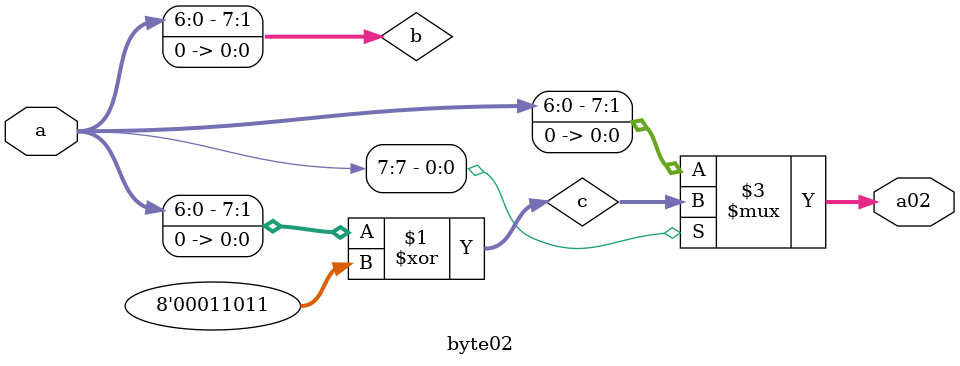
<source format=v>
module byte02(a,a02);

output[7:0] a02;
input[7:0] a;

wire [7:0] b,c;

assign b={a[6:0],1'b0};
assign c=b^{8'h1b};
assign a02=(a[7]==0)? b:c;

endmodule
</source>
